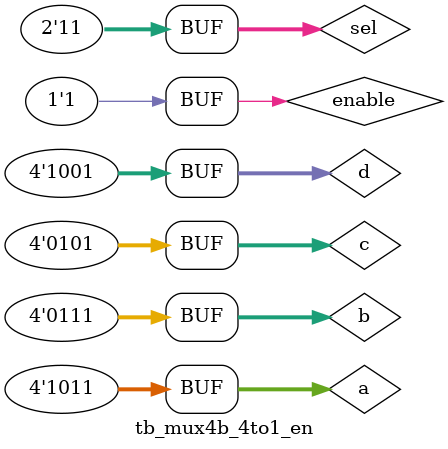
<source format=v>
module tb_mux4b_4to1_en();

	reg [3:0] a, b, c, d;
	reg [1:0] sel;
	reg       enable;
	wire [3:0] out;
	
	mux4b_4to1_en U0 (a, b, c, d, sel, enable, out);
	
	initial begin
		 a = 4'b0001; b = 4'b0010; c = 4'b0100; d = 4'b1000;
	#20 a = 4'b0010; b = 4'b0011; c = 4'b0101; d = 4'b1110;
	#20 a = 4'b1101; b = 4'b1000; c = 4'b1110; d = 4'b1001;
	#20 a = 4'b1111; b = 4'b1010; c = 4'b0110; d = 4'b1111;
	#20 a = 4'b0011; b = 4'b1110; c = 4'b0101; d = 4'b1010;
	#20 a = 4'b1001; b = 4'b0011; c = 4'b1100; d = 4'b1110;
	#20 a = 4'b1011; b = 4'b0111; c = 4'b0101; d = 4'b1001;
	end
	
	initial begin
		 sel = 2'b00;
	#20 sel = 2'b01;
	#20 sel = 2'b10;
	#20 sel = 2'b11;
	end
	
	initial begin
		 enable = 1'b0;
	#10 enable = 1'b1;
	end
	
endmodule

</source>
